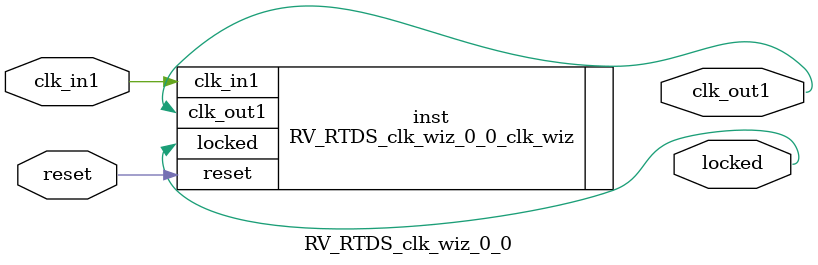
<source format=v>


`timescale 1ps/1ps

(* CORE_GENERATION_INFO = "RV_RTDS_clk_wiz_0_0,clk_wiz_v6_0_13_0_0,{component_name=RV_RTDS_clk_wiz_0_0,use_phase_alignment=true,use_min_o_jitter=false,use_max_i_jitter=false,use_dyn_phase_shift=false,use_inclk_switchover=false,use_dyn_reconfig=false,enable_axi=0,feedback_source=FDBK_AUTO,PRIMITIVE=MMCM,num_out_clk=1,clkin1_period=8.000,clkin2_period=10.000,use_power_down=false,use_reset=true,use_locked=true,use_inclk_stopped=false,feedback_type=SINGLE,CLOCK_MGR_TYPE=NA,manual_override=false}" *)

module RV_RTDS_clk_wiz_0_0 
 (
  // Clock out ports
  output        clk_out1,
  // Status and control signals
  input         reset,
  output        locked,
 // Clock in ports
  input         clk_in1
 );

  RV_RTDS_clk_wiz_0_0_clk_wiz inst
  (
  // Clock out ports  
  .clk_out1(clk_out1),
  // Status and control signals               
  .reset(reset), 
  .locked(locked),
 // Clock in ports
  .clk_in1(clk_in1)
  );

endmodule

</source>
